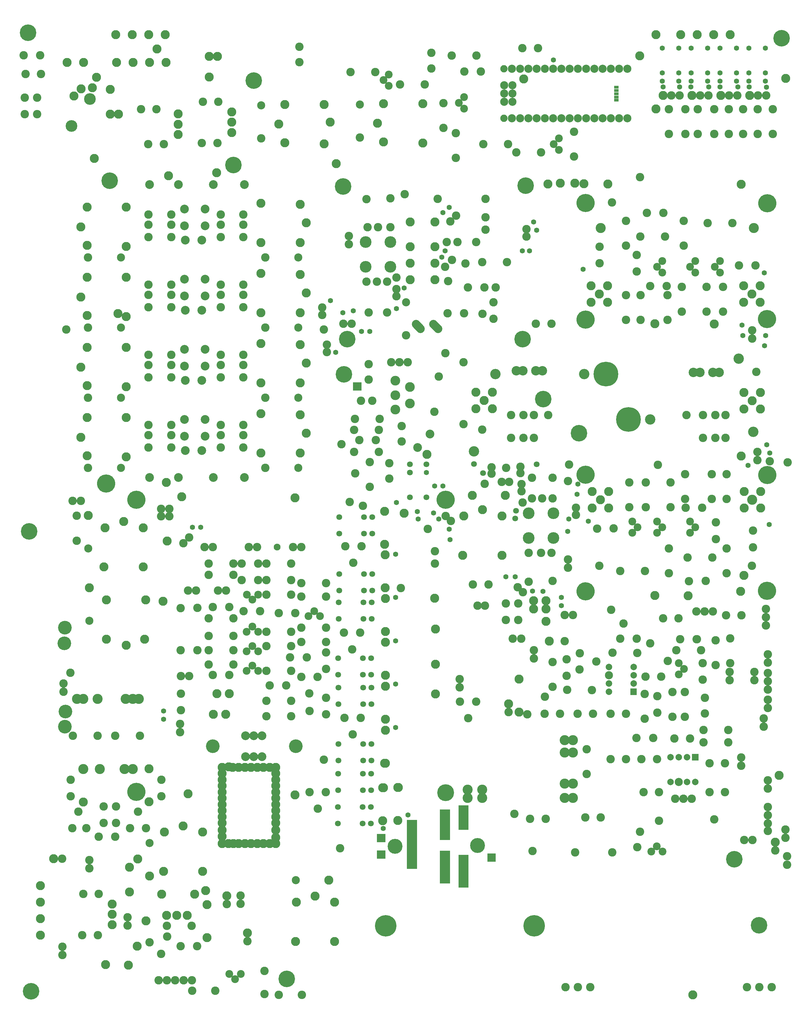
<source format=gbr>
%FSLAX34Y34*%
%MOMM*%
%LNSOLDERMASK_BOTTOM*%
G71*
G01*
%ADD10C,2.600*%
%ADD11C,2.400*%
%ADD12C,2.800*%
%ADD13C,2.600*%
%ADD14C,5.100*%
%ADD15C,1.600*%
%ADD16C,3.100*%
%ADD17C,7.600*%
%ADD18C,3.200*%
%ADD19C,2.900*%
%ADD20C,2.600*%
%ADD21C,2.600*%
%ADD22C,2.400*%
%ADD23C,2.500*%
%ADD24C,2.600*%
%ADD25C,3.600*%
%ADD26C,2.800*%
%ADD27C,3.000*%
%ADD28C,1.800*%
%ADD29C,1.600*%
%ADD30C,2.000*%
%ADD31C,2.500*%
%ADD32C,2.700*%
%ADD33C,2.700*%
%ADD34C,2.800*%
%ADD35C,4.200*%
%ADD36C,2.700*%
%ADD37C,2.800*%
%ADD38C,2.100*%
%ADD39C,1.600*%
%ADD40C,6.600*%
%ADD41C,4.200*%
%ADD42C,4.600*%
%ADD43C,5.600*%
%ADD44R,1.470X0.835*%
%ADD45C,2.500*%
%ADD46C,2.250*%
%ADD47C,5.200*%
%LPD*%
X499372Y612809D02*
G54D10*
D03*
X499422Y689059D02*
G54D10*
D03*
X418378Y609409D02*
G54D10*
D03*
X418491Y558428D02*
G54D10*
D03*
X532678Y584009D02*
G54D10*
D03*
X532790Y533028D02*
G54D10*
D03*
X499388Y384209D02*
G54D10*
D03*
X499438Y460459D02*
G54D10*
D03*
X620109Y640823D02*
G54D10*
D03*
X543859Y640873D02*
G54D10*
D03*
X545068Y460459D02*
G54D10*
D03*
X545018Y384209D02*
G54D10*
D03*
X677171Y612808D02*
G54D10*
D03*
X677221Y689058D02*
G54D10*
D03*
X574503Y488293D02*
G54D10*
D03*
X672068Y485859D02*
G54D10*
D03*
X672018Y409609D02*
G54D10*
D03*
X748268Y485859D02*
G54D10*
D03*
X748218Y409609D02*
G54D10*
D03*
X799068Y485859D02*
G54D10*
D03*
X799018Y409609D02*
G54D10*
D03*
X898539Y551904D02*
G54D10*
D03*
X847558Y551791D02*
G54D10*
D03*
X827084Y682627D02*
G54D10*
D03*
X750834Y682677D02*
G54D10*
D03*
X611743Y565234D02*
G54D11*
D03*
X595843Y547659D02*
G54D11*
D03*
X611777Y530043D02*
G54D11*
D03*
X713343Y565234D02*
G54D11*
D03*
X697443Y547659D02*
G54D11*
D03*
X713377Y530043D02*
G54D11*
D03*
X789542Y565234D02*
G54D11*
D03*
X773642Y547659D02*
G54D11*
D03*
X789578Y530043D02*
G54D11*
D03*
X392643Y489134D02*
G54D12*
D03*
X443443Y489134D02*
G54D12*
D03*
X418043Y463734D02*
G54D12*
D03*
X443443Y438334D02*
G54D12*
D03*
X392643Y438334D02*
G54D12*
D03*
X862542Y489134D02*
G54D12*
D03*
X913342Y489134D02*
G54D12*
D03*
X887942Y463734D02*
G54D12*
D03*
X913342Y438334D02*
G54D12*
D03*
X862542Y438334D02*
G54D12*
D03*
X564069Y713443D02*
G54D10*
D03*
X615049Y713556D02*
G54D10*
D03*
X499388Y384209D02*
G54D13*
D03*
X545018Y384209D02*
G54D13*
D03*
X672018Y409609D02*
G54D13*
D03*
X748218Y409609D02*
G54D13*
D03*
X499388Y384209D02*
G54D13*
D03*
X374966Y743828D02*
G54D14*
D03*
X625303Y488293D02*
G54D10*
D03*
X627618Y460459D02*
G54D10*
D03*
X627568Y384209D02*
G54D10*
D03*
X456618Y745609D02*
G54D10*
D03*
X367843Y539834D02*
G54D15*
D03*
X545018Y384209D02*
G54D13*
D03*
X627568Y384209D02*
G54D13*
D03*
X672018Y409609D02*
G54D13*
D03*
X748218Y409609D02*
G54D13*
D03*
X934799Y743034D02*
G54D14*
D03*
X374966Y385052D02*
G54D14*
D03*
X934164Y386640D02*
G54D14*
D03*
X424993Y666834D02*
G54D15*
D03*
X421817Y666834D02*
G54D16*
D03*
X893542Y666834D02*
G54D16*
D03*
X507593Y77593D02*
G54D17*
D03*
X437743Y217294D02*
G54D17*
D03*
X371068Y217293D02*
G54D18*
D03*
X574268Y77593D02*
G54D18*
D03*
X162193Y227393D02*
G54D19*
D03*
X242193Y227393D02*
G54D20*
D03*
X707193Y222393D02*
G54D20*
D03*
X787193Y222393D02*
G54D20*
D03*
X242193Y227393D02*
G54D19*
D03*
X707193Y222393D02*
G54D19*
D03*
X787193Y222393D02*
G54D12*
D03*
X182193Y227393D02*
G54D19*
D03*
X222193Y227393D02*
G54D19*
D03*
X727193Y222394D02*
G54D19*
D03*
X767193Y222393D02*
G54D19*
D03*
X37768Y111063D02*
G54D12*
D03*
X37768Y161863D02*
G54D12*
D03*
X63168Y136463D02*
G54D12*
D03*
X88568Y161864D02*
G54D12*
D03*
X88568Y111063D02*
G54D12*
D03*
X37768Y109793D02*
G54D21*
D03*
X88568Y109793D02*
G54D13*
D03*
X863268Y109793D02*
G54D12*
D03*
X863268Y160593D02*
G54D12*
D03*
X888668Y135193D02*
G54D12*
D03*
X914068Y160593D02*
G54D12*
D03*
X914068Y109793D02*
G54D12*
D03*
X863268Y109793D02*
G54D21*
D03*
X914068Y109793D02*
G54D13*
D03*
X736726Y21156D02*
G54D10*
D03*
X736726Y91006D02*
G54D10*
D03*
X806576Y21156D02*
G54D10*
D03*
X806576Y91006D02*
G54D10*
D03*
X774826Y91006D02*
G54D10*
D03*
X774826Y21156D02*
G54D10*
D03*
X806576Y21156D02*
G54D13*
D03*
X806576Y91006D02*
G54D13*
D03*
X146175Y21156D02*
G54D10*
D03*
X146175Y91006D02*
G54D10*
D03*
X216025Y21156D02*
G54D10*
D03*
X216026Y91006D02*
G54D10*
D03*
X184275Y91006D02*
G54D10*
D03*
X184275Y21156D02*
G54D10*
D03*
X216026Y21156D02*
G54D13*
D03*
X216026Y91006D02*
G54D13*
D03*
X787193Y222393D02*
G54D19*
D03*
X260476Y91006D02*
G54D21*
D03*
X685926Y91006D02*
G54D21*
D03*
X901468Y224118D02*
G54D21*
D03*
X56918Y46318D02*
G54D21*
D03*
X37768Y160593D02*
G54D13*
D03*
X88568Y160594D02*
G54D13*
D03*
X863268Y160593D02*
G54D13*
D03*
X914068Y160593D02*
G54D13*
D03*
X914068Y109793D02*
G54D13*
D03*
X374966Y-92785D02*
G54D14*
D03*
X934799Y-93578D02*
G54D14*
D03*
X374966Y-451560D02*
G54D14*
D03*
X934164Y-449972D02*
G54D14*
D03*
X888542Y-169778D02*
G54D16*
D03*
X-225858Y547294D02*
G54D22*
D03*
X-225857Y623494D02*
G54D22*
D03*
X-302057Y547294D02*
G54D22*
D03*
X-225858Y547294D02*
G54D22*
D03*
X-302058Y623494D02*
G54D22*
D03*
X-302057Y547294D02*
G54D22*
D03*
X-225857Y623494D02*
G54D22*
D03*
X-302057Y623494D02*
G54D22*
D03*
X-225945Y758517D02*
G54D10*
D03*
X-225945Y669617D02*
G54D10*
D03*
X-264045Y669617D02*
G54D10*
D03*
X-295795Y669617D02*
G54D10*
D03*
X-235588Y406727D02*
G54D10*
D03*
X-299088Y501977D02*
G54D10*
D03*
X-267338Y501977D02*
G54D10*
D03*
X-235588Y501977D02*
G54D10*
D03*
X-207106Y514266D02*
G54D10*
D03*
X-299088Y755977D02*
G54D10*
D03*
X-181495Y771217D02*
G54D10*
D03*
X-19067Y623528D02*
G54D10*
D03*
X38083Y623528D02*
G54D10*
D03*
X66783Y699728D02*
G54D10*
D03*
X66783Y756878D02*
G54D10*
D03*
X5733Y557904D02*
G54D10*
D03*
X-48219Y504022D02*
G54D10*
D03*
X5733Y557904D02*
G54D13*
D03*
X133508Y561956D02*
G54D10*
D03*
X57259Y562006D02*
G54D10*
D03*
X133508Y561956D02*
G54D13*
D03*
X12683Y483828D02*
G54D10*
D03*
X63483Y483828D02*
G54D10*
D03*
X63483Y483828D02*
G54D10*
D03*
X92090Y387722D02*
G54D10*
D03*
X91978Y438702D02*
G54D10*
D03*
X92090Y387722D02*
G54D10*
D03*
X66783Y661628D02*
G54D10*
D03*
X98533Y483828D02*
G54D10*
D03*
X-52087Y623528D02*
G54D10*
D03*
X-41167Y687028D02*
G54D10*
D03*
X-164863Y685532D02*
G54D12*
D03*
X-88663Y685532D02*
G54D12*
D03*
X-164863Y609332D02*
G54D12*
D03*
X-164863Y558532D02*
G54D12*
D03*
X-164863Y507732D02*
G54D12*
D03*
X-88663Y609332D02*
G54D12*
D03*
X-88663Y558532D02*
G54D12*
D03*
X-88663Y507732D02*
G54D12*
D03*
X-177364Y337170D02*
G54D23*
D03*
X-177364Y438770D02*
G54D23*
D03*
X-177364Y337170D02*
G54D13*
D03*
X-88663Y685532D02*
G54D10*
D03*
X57588Y402729D02*
G54D10*
D03*
X1368Y404974D02*
G54D10*
D03*
X1368Y404974D02*
G54D10*
D03*
X-49432Y404974D02*
G54D10*
D03*
G54D24*
X-79248Y357252D02*
X-93390Y371394D01*
G54D24*
X-133223Y357252D02*
X-147365Y371394D01*
X-353457Y642228D02*
G54D21*
D03*
X-353457Y616828D02*
G54D21*
D03*
X-80407Y756528D02*
G54D21*
D03*
X-302058Y623494D02*
G54D25*
D03*
X-302057Y547294D02*
G54D25*
D03*
X-225858Y547294D02*
G54D25*
D03*
X-225857Y623494D02*
G54D25*
D03*
X200222Y-210908D02*
G54D22*
D03*
X200221Y-287108D02*
G54D22*
D03*
X276421Y-210908D02*
G54D22*
D03*
X200222Y-210908D02*
G54D22*
D03*
X276422Y-287108D02*
G54D22*
D03*
X276422Y-210908D02*
G54D22*
D03*
X200221Y-287108D02*
G54D22*
D03*
X276422Y-287108D02*
G54D22*
D03*
X200309Y-422131D02*
G54D10*
D03*
X200309Y-333231D02*
G54D10*
D03*
X238409Y-333231D02*
G54D10*
D03*
X270159Y-333231D02*
G54D10*
D03*
X273453Y-102091D02*
G54D10*
D03*
X209953Y-102091D02*
G54D10*
D03*
X273452Y-165591D02*
G54D10*
D03*
X241703Y-165591D02*
G54D10*
D03*
X209953Y-165591D02*
G54D10*
D03*
X181470Y-177880D02*
G54D10*
D03*
X273452Y-419591D02*
G54D10*
D03*
X321472Y-378867D02*
G54D21*
D03*
X321472Y-353467D02*
G54D21*
D03*
X321472Y-112167D02*
G54D21*
D03*
X276422Y-287108D02*
G54D25*
D03*
X276421Y-210908D02*
G54D25*
D03*
X200222Y-210908D02*
G54D25*
D03*
X200221Y-287108D02*
G54D25*
D03*
X-2787Y-340489D02*
G54D12*
D03*
X387Y-219839D02*
G54D12*
D03*
X117863Y-340489D02*
G54D12*
D03*
X117863Y-219839D02*
G54D12*
D03*
X57538Y-200376D02*
G54D12*
D03*
X387Y-219839D02*
G54D26*
D03*
X26234Y-156258D02*
G54D12*
D03*
X127834Y-156258D02*
G54D12*
D03*
X215134Y-480398D02*
G54D12*
D03*
X215134Y-505798D02*
G54D12*
D03*
X253234Y-505798D02*
G54D12*
D03*
X253234Y-543898D02*
G54D12*
D03*
X167729Y-488404D02*
G54D10*
D03*
X167842Y-539384D02*
G54D10*
D03*
X167729Y-488404D02*
G54D10*
D03*
X167841Y-539385D02*
G54D10*
D03*
X129629Y-488404D02*
G54D10*
D03*
X129741Y-539384D02*
G54D10*
D03*
X129629Y-488404D02*
G54D10*
D03*
X129741Y-539385D02*
G54D10*
D03*
X253234Y-480398D02*
G54D12*
D03*
X64201Y-120448D02*
G54D10*
D03*
X26234Y-156258D02*
G54D12*
D03*
X-165808Y178041D02*
G54D27*
D03*
X-165808Y127241D02*
G54D27*
D03*
X-210258Y152642D02*
G54D27*
D03*
X-210258Y108191D02*
G54D27*
D03*
X-210258Y197091D02*
G54D27*
D03*
X-197558Y254241D02*
G54D10*
D03*
X-222958Y254241D02*
G54D10*
D03*
X-172158Y254242D02*
G54D10*
D03*
X-258643Y79616D02*
G54D10*
D03*
X-334893Y79666D02*
G54D10*
D03*
X-337585Y45356D02*
G54D10*
D03*
X-261335Y45306D02*
G54D10*
D03*
X-321651Y13880D02*
G54D10*
D03*
X-270671Y13992D02*
G54D10*
D03*
X-292808Y247979D02*
G54D10*
D03*
X-292808Y200179D02*
G54D10*
D03*
X-289198Y-53646D02*
G54D10*
D03*
X-289248Y-129896D02*
G54D10*
D03*
X-229308Y-104708D02*
G54D10*
D03*
X-229308Y-56909D02*
G54D10*
D03*
X-316752Y135135D02*
G54D10*
D03*
X-281652Y135136D02*
G54D10*
D03*
X-191208Y9591D02*
G54D10*
D03*
X-191208Y57392D02*
G54D10*
D03*
X-337530Y-22291D02*
G54D10*
D03*
X-261280Y-22341D02*
G54D10*
D03*
X-90333Y101286D02*
G54D10*
D03*
X-337585Y45356D02*
G54D10*
D03*
X-337530Y-22290D02*
G54D10*
D03*
X-229308Y-104708D02*
G54D10*
D03*
X-289248Y-129896D02*
G54D10*
D03*
G36*
X-314858Y192311D02*
X-314858Y166311D01*
X-340858Y166311D01*
X-340858Y192311D01*
X-314858Y192311D01*
G37*
X-115008Y-60170D02*
G54D28*
D03*
X-115008Y-85570D02*
G54D29*
D03*
X-165808Y-60171D02*
G54D29*
D03*
X-165808Y-85571D02*
G54D28*
D03*
X-115008Y-161771D02*
G54D29*
D03*
X-165808Y-161771D02*
G54D29*
D03*
X-112976Y-29405D02*
G54D12*
D03*
X-110812Y-259379D02*
G54D21*
D03*
X-165808Y-60171D02*
G54D28*
D03*
X-115008Y-161771D02*
G54D28*
D03*
X-165808Y-161771D02*
G54D28*
D03*
G36*
X513105Y-770509D02*
X513105Y-750509D01*
X533105Y-750509D01*
X533105Y-770509D01*
X513105Y-770509D01*
G37*
X523105Y-735109D02*
G54D30*
D03*
X523105Y-709709D02*
G54D30*
D03*
X523105Y-684309D02*
G54D30*
D03*
X446906Y-684309D02*
G54D30*
D03*
X446906Y-709709D02*
G54D30*
D03*
X446906Y-735109D02*
G54D30*
D03*
X446906Y-760509D02*
G54D30*
D03*
X446906Y-709709D02*
G54D31*
D03*
X818856Y-725148D02*
G54D10*
D03*
X818856Y-699648D02*
G54D10*
D03*
X248866Y-828484D02*
G54D10*
D03*
X273761Y-744899D02*
G54D10*
D03*
X273811Y-668649D02*
G54D10*
D03*
X138569Y-823491D02*
G54D10*
D03*
X138569Y-797991D02*
G54D10*
D03*
X680826Y-761207D02*
G54D10*
D03*
X680776Y-837458D02*
G54D10*
D03*
X680826Y-761207D02*
G54D10*
D03*
X742710Y-779140D02*
G54D10*
D03*
X742710Y-826940D02*
G54D10*
D03*
X642725Y-761207D02*
G54D10*
D03*
X642676Y-837458D02*
G54D10*
D03*
X642726Y-761207D02*
G54D10*
D03*
X662381Y-707434D02*
G54D11*
D03*
X678281Y-689859D02*
G54D11*
D03*
X662346Y-672243D02*
G54D11*
D03*
X735754Y-672640D02*
G54D10*
D03*
X735866Y-723621D02*
G54D10*
D03*
X735754Y-672641D02*
G54D10*
D03*
X730824Y-632513D02*
G54D10*
D03*
X654574Y-632463D02*
G54D10*
D03*
X730824Y-632513D02*
G54D10*
D03*
X717791Y-598541D02*
G54D10*
D03*
X666811Y-598653D02*
G54D10*
D03*
X717790Y-598540D02*
G54D10*
D03*
X596054Y-774240D02*
G54D10*
D03*
X596166Y-825221D02*
G54D10*
D03*
X596054Y-774241D02*
G54D10*
D03*
X742710Y-779140D02*
G54D10*
D03*
X730824Y-632513D02*
G54D10*
D03*
X717791Y-598541D02*
G54D10*
D03*
X776076Y-602457D02*
G54D10*
D03*
X776026Y-678708D02*
G54D10*
D03*
X776076Y-602457D02*
G54D10*
D03*
X776076Y-602457D02*
G54D10*
D03*
X596054Y-774240D02*
G54D10*
D03*
X560016Y-714184D02*
G54D10*
D03*
X607816Y-714184D02*
G54D10*
D03*
X574260Y-611785D02*
G54D10*
D03*
X628142Y-665738D02*
G54D10*
D03*
X574261Y-611784D02*
G54D10*
D03*
X574261Y-611785D02*
G54D10*
D03*
X534199Y-640684D02*
G54D10*
D03*
X457949Y-640634D02*
G54D10*
D03*
X481702Y-596758D02*
G54D10*
D03*
X532682Y-596646D02*
G54D10*
D03*
X481702Y-596758D02*
G54D10*
D03*
X534199Y-640684D02*
G54D10*
D03*
X532683Y-596646D02*
G54D10*
D03*
X350466Y-828484D02*
G54D10*
D03*
X398266Y-828484D02*
G54D10*
D03*
X248866Y-828484D02*
G54D10*
D03*
X296666Y-828484D02*
G54D10*
D03*
X452066Y-828484D02*
G54D10*
D03*
X499866Y-828484D02*
G54D10*
D03*
X452066Y-828484D02*
G54D10*
D03*
X557001Y-767557D02*
G54D10*
D03*
X556951Y-843808D02*
G54D10*
D03*
X557001Y-767557D02*
G54D10*
D03*
X394499Y-754984D02*
G54D10*
D03*
X318249Y-754934D02*
G54D10*
D03*
X394499Y-754984D02*
G54D10*
D03*
X316920Y-711110D02*
G54D10*
D03*
X316808Y-660130D02*
G54D10*
D03*
X316920Y-711110D02*
G54D10*
D03*
X316808Y-660129D02*
G54D10*
D03*
X357181Y-642234D02*
G54D21*
D03*
X408113Y-667218D02*
G54D21*
D03*
X357067Y-692117D02*
G54D21*
D03*
X357181Y-642234D02*
G54D10*
D03*
X263165Y-604816D02*
G54D10*
D03*
X310965Y-604816D02*
G54D10*
D03*
X273761Y-744899D02*
G54D10*
D03*
X249643Y-775696D02*
G54D10*
D03*
X195691Y-829578D02*
G54D10*
D03*
X249643Y-775697D02*
G54D10*
D03*
X820467Y-596203D02*
G54D10*
D03*
X263165Y-604816D02*
G54D12*
D03*
X170291Y-721628D02*
G54D12*
D03*
X170290Y-823228D02*
G54D12*
D03*
X170291Y-721628D02*
G54D12*
D03*
X138569Y-797991D02*
G54D12*
D03*
X820467Y-596203D02*
G54D10*
D03*
X820417Y-672453D02*
G54D10*
D03*
X820468Y-596203D02*
G54D10*
D03*
X820467Y-596203D02*
G54D10*
D03*
X776076Y-602457D02*
G54D10*
D03*
X717791Y-598541D02*
G54D10*
D03*
X730824Y-632513D02*
G54D10*
D03*
X574260Y-611785D02*
G54D10*
D03*
X534199Y-640684D02*
G54D10*
D03*
X532683Y-596646D02*
G54D10*
D03*
X742710Y-779140D02*
G54D10*
D03*
X357181Y-642234D02*
G54D10*
D03*
X452066Y-828484D02*
G54D10*
D03*
X248866Y-828484D02*
G54D10*
D03*
X249643Y-775697D02*
G54D10*
D03*
X273761Y-744899D02*
G54D10*
D03*
X170291Y-721628D02*
G54D10*
D03*
X895106Y-725198D02*
G54D10*
D03*
X818856Y-725148D02*
G54D10*
D03*
X895105Y-699698D02*
G54D10*
D03*
X818856Y-699648D02*
G54D10*
D03*
X-900799Y-8858D02*
G54D10*
D03*
X-970649Y-8858D02*
G54D10*
D03*
X-900799Y60992D02*
G54D10*
D03*
X-970649Y60992D02*
G54D10*
D03*
X-970649Y29242D02*
G54D10*
D03*
X-900799Y29242D02*
G54D10*
D03*
X-857390Y-17629D02*
G54D32*
D03*
X-806410Y-17517D02*
G54D32*
D03*
X-678549Y-8858D02*
G54D10*
D03*
X-748399Y-8858D02*
G54D10*
D03*
X-678549Y60992D02*
G54D10*
D03*
X-748399Y60992D02*
G54D10*
D03*
X-748399Y29242D02*
G54D10*
D03*
X-678549Y29242D02*
G54D10*
D03*
X-796326Y26469D02*
G54D10*
D03*
X-796439Y77449D02*
G54D10*
D03*
X-859826Y26469D02*
G54D10*
D03*
X-859939Y77449D02*
G54D10*
D03*
X-678550Y60992D02*
G54D13*
D03*
X-748399Y60992D02*
G54D13*
D03*
X-796438Y77450D02*
G54D33*
D03*
X-859939Y77450D02*
G54D13*
D03*
X-900799Y60992D02*
G54D13*
D03*
X-970649Y60992D02*
G54D13*
D03*
X-859826Y26469D02*
G54D32*
D03*
X-859939Y77449D02*
G54D32*
D03*
X-796439Y77449D02*
G54D32*
D03*
X-796326Y26469D02*
G54D32*
D03*
X-624336Y95434D02*
G54D12*
D03*
X-503686Y92260D02*
G54D12*
D03*
X-624336Y-25216D02*
G54D12*
D03*
X-503686Y-25216D02*
G54D12*
D03*
X-484874Y35109D02*
G54D12*
D03*
X-610829Y-71496D02*
G54D23*
D03*
X-509229Y-71495D02*
G54D23*
D03*
X-503686Y92260D02*
G54D12*
D03*
X-1039330Y-37304D02*
G54D12*
D03*
X-1159980Y-34130D02*
G54D12*
D03*
X-1039330Y83346D02*
G54D12*
D03*
X-1159980Y83346D02*
G54D12*
D03*
X-1178793Y23021D02*
G54D12*
D03*
X-1159980Y-34130D02*
G54D12*
D03*
X-1159980Y83346D02*
G54D12*
D03*
X-1156929Y-71496D02*
G54D23*
D03*
X-1055329Y-71495D02*
G54D23*
D03*
X-610829Y-71496D02*
G54D10*
D03*
X-1156929Y-71496D02*
G54D10*
D03*
X-900799Y207042D02*
G54D10*
D03*
X-970649Y207042D02*
G54D10*
D03*
X-900799Y276892D02*
G54D10*
D03*
X-970649Y276892D02*
G54D10*
D03*
X-970649Y245142D02*
G54D10*
D03*
X-900799Y245142D02*
G54D10*
D03*
X-857390Y198271D02*
G54D32*
D03*
X-806410Y198383D02*
G54D32*
D03*
X-678549Y207042D02*
G54D10*
D03*
X-748399Y207042D02*
G54D10*
D03*
X-678549Y276892D02*
G54D10*
D03*
X-748399Y276892D02*
G54D10*
D03*
X-748399Y245142D02*
G54D10*
D03*
X-678549Y245142D02*
G54D10*
D03*
X-796326Y242369D02*
G54D10*
D03*
X-796439Y293350D02*
G54D10*
D03*
X-859826Y242369D02*
G54D10*
D03*
X-859939Y293349D02*
G54D10*
D03*
X-678550Y276892D02*
G54D13*
D03*
X-748399Y276892D02*
G54D13*
D03*
X-796438Y293350D02*
G54D33*
D03*
X-859939Y293350D02*
G54D13*
D03*
X-900799Y276892D02*
G54D13*
D03*
X-970649Y276892D02*
G54D13*
D03*
X-859826Y242369D02*
G54D32*
D03*
X-859939Y293349D02*
G54D32*
D03*
X-796439Y293350D02*
G54D32*
D03*
X-796326Y242369D02*
G54D32*
D03*
X-624336Y311334D02*
G54D12*
D03*
X-503686Y308160D02*
G54D12*
D03*
X-624336Y190684D02*
G54D12*
D03*
X-503686Y190684D02*
G54D12*
D03*
X-484874Y251009D02*
G54D12*
D03*
X-610829Y144404D02*
G54D23*
D03*
X-509229Y144405D02*
G54D23*
D03*
X-503686Y308160D02*
G54D12*
D03*
X-1039330Y178596D02*
G54D12*
D03*
X-1159980Y181770D02*
G54D12*
D03*
X-1039330Y299246D02*
G54D12*
D03*
X-1159980Y299246D02*
G54D12*
D03*
X-1178793Y238921D02*
G54D12*
D03*
X-1159980Y181769D02*
G54D12*
D03*
X-1159980Y299246D02*
G54D12*
D03*
X-1156929Y144404D02*
G54D23*
D03*
X-1055329Y144405D02*
G54D23*
D03*
X-610829Y144404D02*
G54D10*
D03*
X-1156929Y144404D02*
G54D10*
D03*
X-900799Y422942D02*
G54D10*
D03*
X-970649Y422942D02*
G54D10*
D03*
X-900799Y492792D02*
G54D10*
D03*
X-970649Y492792D02*
G54D10*
D03*
X-970649Y461042D02*
G54D10*
D03*
X-900799Y461042D02*
G54D10*
D03*
X-857390Y414171D02*
G54D32*
D03*
X-806410Y414283D02*
G54D32*
D03*
X-678549Y422942D02*
G54D10*
D03*
X-748399Y422942D02*
G54D10*
D03*
X-678549Y492792D02*
G54D10*
D03*
X-748399Y492792D02*
G54D10*
D03*
X-748399Y461042D02*
G54D10*
D03*
X-678549Y461042D02*
G54D10*
D03*
X-796326Y458269D02*
G54D10*
D03*
X-796439Y509250D02*
G54D10*
D03*
X-859826Y458269D02*
G54D10*
D03*
X-859939Y509250D02*
G54D10*
D03*
X-678550Y492792D02*
G54D13*
D03*
X-748399Y492792D02*
G54D13*
D03*
X-796438Y509250D02*
G54D33*
D03*
X-859939Y509250D02*
G54D13*
D03*
X-900799Y492792D02*
G54D13*
D03*
X-970649Y492792D02*
G54D13*
D03*
X-859826Y458269D02*
G54D32*
D03*
X-859939Y509250D02*
G54D32*
D03*
X-796439Y509250D02*
G54D32*
D03*
X-796326Y458269D02*
G54D32*
D03*
X-624336Y527234D02*
G54D12*
D03*
X-503686Y524060D02*
G54D12*
D03*
X-624336Y406584D02*
G54D12*
D03*
X-503686Y406584D02*
G54D12*
D03*
X-484874Y466909D02*
G54D12*
D03*
X-610829Y360304D02*
G54D23*
D03*
X-509229Y360304D02*
G54D23*
D03*
X-503686Y524060D02*
G54D12*
D03*
X-1039330Y394496D02*
G54D12*
D03*
X-1159980Y397670D02*
G54D12*
D03*
X-1039330Y515146D02*
G54D12*
D03*
X-1159980Y515146D02*
G54D12*
D03*
X-1178793Y454821D02*
G54D12*
D03*
X-1159980Y397670D02*
G54D12*
D03*
X-1159980Y515146D02*
G54D12*
D03*
X-1156929Y360304D02*
G54D23*
D03*
X-1055329Y360304D02*
G54D23*
D03*
X-610829Y360304D02*
G54D10*
D03*
X-1156929Y360304D02*
G54D10*
D03*
X-900799Y638842D02*
G54D10*
D03*
X-970649Y638842D02*
G54D10*
D03*
X-900799Y708692D02*
G54D10*
D03*
X-970649Y708692D02*
G54D10*
D03*
X-970649Y676942D02*
G54D10*
D03*
X-900799Y676942D02*
G54D10*
D03*
X-857390Y630071D02*
G54D32*
D03*
X-806410Y630183D02*
G54D32*
D03*
X-678549Y638842D02*
G54D10*
D03*
X-748399Y638842D02*
G54D10*
D03*
X-678549Y708692D02*
G54D10*
D03*
X-748399Y708692D02*
G54D10*
D03*
X-748399Y676942D02*
G54D10*
D03*
X-678549Y676942D02*
G54D10*
D03*
X-796326Y674169D02*
G54D10*
D03*
X-796439Y725150D02*
G54D10*
D03*
X-859826Y674169D02*
G54D10*
D03*
X-859939Y725149D02*
G54D10*
D03*
X-678550Y708692D02*
G54D13*
D03*
X-748399Y708692D02*
G54D13*
D03*
X-796438Y725150D02*
G54D33*
D03*
X-859939Y725150D02*
G54D13*
D03*
X-900799Y708692D02*
G54D13*
D03*
X-970649Y708692D02*
G54D13*
D03*
X-859826Y674169D02*
G54D32*
D03*
X-859939Y725149D02*
G54D32*
D03*
X-796439Y725149D02*
G54D32*
D03*
X-796326Y674169D02*
G54D32*
D03*
X-624336Y743134D02*
G54D12*
D03*
X-503686Y739960D02*
G54D12*
D03*
X-624336Y622484D02*
G54D12*
D03*
X-503686Y622484D02*
G54D12*
D03*
X-484874Y682809D02*
G54D12*
D03*
X-610829Y576204D02*
G54D23*
D03*
X-509229Y576204D02*
G54D23*
D03*
X-503686Y739960D02*
G54D12*
D03*
X-1039330Y610396D02*
G54D12*
D03*
X-1159980Y613570D02*
G54D12*
D03*
X-1039330Y731046D02*
G54D12*
D03*
X-1159980Y731046D02*
G54D12*
D03*
X-1178793Y670721D02*
G54D12*
D03*
X-1159980Y613570D02*
G54D12*
D03*
X-1159980Y731046D02*
G54D12*
D03*
X-1156929Y576204D02*
G54D23*
D03*
X-1055329Y576204D02*
G54D23*
D03*
X-610829Y576204D02*
G54D10*
D03*
X-1156929Y576204D02*
G54D10*
D03*
X-675675Y-100531D02*
G54D32*
D03*
X-675675Y-100531D02*
G54D32*
D03*
X-770925Y-100531D02*
G54D32*
D03*
X-770925Y-100531D02*
G54D32*
D03*
X-878875Y-100531D02*
G54D32*
D03*
X-878875Y-100531D02*
G54D32*
D03*
X-967775Y-100531D02*
G54D32*
D03*
X-967775Y-100531D02*
G54D32*
D03*
X-675675Y801169D02*
G54D32*
D03*
X-675675Y801169D02*
G54D32*
D03*
X-770925Y801169D02*
G54D32*
D03*
X-770925Y801169D02*
G54D32*
D03*
X-878875Y801169D02*
G54D32*
D03*
X-878875Y801169D02*
G54D32*
D03*
X-967775Y801169D02*
G54D32*
D03*
X-967775Y801169D02*
G54D32*
D03*
X-1224411Y354639D02*
G54D21*
D03*
X-430661Y354639D02*
G54D21*
D03*
X181292Y324728D02*
G54D14*
D03*
X190816Y797802D02*
G54D14*
D03*
X190816Y797803D02*
G54D14*
D03*
X-358458Y324728D02*
G54D14*
D03*
X-371158Y794628D02*
G54D14*
D03*
X-979512Y-478047D02*
G54D12*
D03*
X-982686Y-598697D02*
G54D12*
D03*
X-1100162Y-478047D02*
G54D12*
D03*
X-1100162Y-598697D02*
G54D12*
D03*
X-1039836Y-617510D02*
G54D12*
D03*
X-1107711Y-376178D02*
G54D12*
D03*
X-1104537Y-255528D02*
G54D12*
D03*
X-987062Y-376178D02*
G54D12*
D03*
X-987062Y-255528D02*
G54D12*
D03*
X-1047386Y-236240D02*
G54D12*
D03*
X-1152791Y-440754D02*
G54D23*
D03*
X-1152791Y-542354D02*
G54D23*
D03*
X-1152791Y-440754D02*
G54D10*
D03*
X-1152791Y-440754D02*
G54D12*
D03*
X-1156589Y-217558D02*
G54D23*
D03*
X-1156588Y-319159D02*
G54D23*
D03*
X-1156589Y-217558D02*
G54D10*
D03*
X-1156589Y-217558D02*
G54D12*
D03*
X-982686Y-598697D02*
G54D12*
D03*
X-987062Y-255528D02*
G54D12*
D03*
X-1104538Y-255528D02*
G54D12*
D03*
X-987062Y-255528D02*
G54D12*
D03*
X-1008301Y-169778D02*
G54D14*
D03*
X-55801Y-169778D02*
G54D14*
D03*
X-1008301Y-1068303D02*
G54D14*
D03*
X-55801Y-1071478D02*
G54D14*
D03*
X28254Y-430098D02*
G54D10*
D03*
X76054Y-430098D02*
G54D10*
D03*
X28254Y-430097D02*
G54D10*
D03*
X924150Y-842538D02*
G54D21*
D03*
X936850Y-645688D02*
G54D21*
D03*
X936851Y-671088D02*
G54D21*
D03*
X936850Y-1033038D02*
G54D21*
D03*
X936851Y-1058438D02*
G54D21*
D03*
X936850Y-785388D02*
G54D21*
D03*
X936851Y-810788D02*
G54D21*
D03*
X-89768Y-472279D02*
G54D34*
D03*
X-86593Y-567529D02*
G54D34*
D03*
X-86593Y-675479D02*
G54D34*
D03*
X-86593Y-767554D02*
G54D34*
D03*
X-517162Y-928017D02*
G54D35*
D03*
X-772862Y-928117D02*
G54D35*
D03*
X-672138Y-896192D02*
G54D36*
D03*
X-646762Y-896317D02*
G54D36*
D03*
X-621319Y-896292D02*
G54D36*
D03*
X-424057Y-829933D02*
G54D10*
D03*
X-424232Y-778941D02*
G54D10*
D03*
X-721988Y-766067D02*
G54D37*
D03*
X-771388Y-830167D02*
G54D37*
D03*
X-733388Y-830167D02*
G54D37*
D03*
X-760088Y-766067D02*
G54D37*
D03*
X-871262Y-816917D02*
G54D10*
D03*
X-871387Y-766000D02*
G54D10*
D03*
X-607737Y-788342D02*
G54D10*
D03*
X-531488Y-788392D02*
G54D10*
D03*
X-873837Y-885042D02*
G54D10*
D03*
X-873838Y-859542D02*
G54D10*
D03*
X-607738Y-835967D02*
G54D10*
D03*
X-531488Y-836017D02*
G54D10*
D03*
X-633138Y-416867D02*
G54D10*
D03*
X-684054Y-416992D02*
G54D10*
D03*
X-668062Y-461317D02*
G54D11*
D03*
X-650488Y-477217D02*
G54D11*
D03*
X-632872Y-461282D02*
G54D11*
D03*
X-661712Y-315267D02*
G54D10*
D03*
X-636288Y-315217D02*
G54D10*
D03*
X-607738Y-461317D02*
G54D10*
D03*
X-531562Y-461317D02*
G54D10*
D03*
X-785538Y-400992D02*
G54D10*
D03*
X-709288Y-401042D02*
G54D10*
D03*
X-626788Y-512117D02*
G54D10*
D03*
X-677704Y-512242D02*
G54D10*
D03*
X-633138Y-575617D02*
G54D11*
D03*
X-650738Y-559717D02*
G54D11*
D03*
X-668328Y-575652D02*
G54D11*
D03*
X-632762Y-636017D02*
G54D11*
D03*
X-650738Y-620042D02*
G54D11*
D03*
X-668328Y-635977D02*
G54D11*
D03*
X-607738Y-575617D02*
G54D10*
D03*
X-531562Y-575617D02*
G54D10*
D03*
X-633138Y-696317D02*
G54D11*
D03*
X-650738Y-680367D02*
G54D11*
D03*
X-668328Y-696302D02*
G54D11*
D03*
X-785538Y-632767D02*
G54D10*
D03*
X-709288Y-632817D02*
G54D10*
D03*
X-785329Y-676946D02*
G54D10*
D03*
X-709079Y-676996D02*
G54D10*
D03*
X-607738Y-696267D02*
G54D10*
D03*
X-531463Y-696317D02*
G54D10*
D03*
X-546416Y-741057D02*
G54D10*
D03*
X-597333Y-741182D02*
G54D10*
D03*
X-607738Y-620067D02*
G54D10*
D03*
X-531488Y-620117D02*
G54D10*
D03*
X-450462Y-714917D02*
G54D21*
D03*
X-475446Y-765849D02*
G54D21*
D03*
X-500345Y-714802D02*
G54D21*
D03*
X-442638Y-527992D02*
G54D11*
D03*
X-460438Y-512192D02*
G54D11*
D03*
X-477828Y-528027D02*
G54D11*
D03*
X-798238Y-315267D02*
G54D10*
D03*
X-772663Y-315317D02*
G54D10*
D03*
X-499788Y-426392D02*
G54D10*
D03*
X-423538Y-426442D02*
G54D10*
D03*
X-499788Y-467667D02*
G54D10*
D03*
X-423538Y-467717D02*
G54D10*
D03*
X-518838Y-518467D02*
G54D10*
D03*
X-569754Y-518592D02*
G54D10*
D03*
X-499788Y-562917D02*
G54D10*
D03*
X-423538Y-562967D02*
G54D10*
D03*
X-423638Y-689942D02*
G54D10*
D03*
X-423750Y-638962D02*
G54D10*
D03*
X-423588Y-607367D02*
G54D10*
D03*
X-499862Y-607317D02*
G54D10*
D03*
X-848988Y-448592D02*
G54D10*
D03*
X-824125Y-448904D02*
G54D10*
D03*
X-820463Y-632767D02*
G54D10*
D03*
X-871438Y-632917D02*
G54D10*
D03*
X-785538Y-588317D02*
G54D10*
D03*
X-709288Y-588367D02*
G54D10*
D03*
X-722038Y-708967D02*
G54D10*
D03*
X-773012Y-709117D02*
G54D10*
D03*
X-845438Y-712117D02*
G54D10*
D03*
X-870738Y-711817D02*
G54D10*
D03*
X-820463Y-502592D02*
G54D10*
D03*
X-871438Y-502692D02*
G54D10*
D03*
X-499788Y-315267D02*
G54D10*
D03*
X-525262Y-315267D02*
G54D10*
D03*
X-785538Y-534342D02*
G54D10*
D03*
X-709288Y-534392D02*
G54D10*
D03*
X-722062Y-499392D02*
G54D10*
D03*
X-772962Y-499592D02*
G54D10*
D03*
X-756962Y-448617D02*
G54D10*
D03*
X-732062Y-448917D02*
G54D10*
D03*
X-607738Y-416867D02*
G54D10*
D03*
X-531562Y-416867D02*
G54D10*
D03*
X-607738Y-366067D02*
G54D10*
D03*
X-531562Y-366017D02*
G54D10*
D03*
X-785562Y-366017D02*
G54D10*
D03*
X-709362Y-366017D02*
G54D10*
D03*
X-633138Y-366067D02*
G54D10*
D03*
X-684054Y-366192D02*
G54D10*
D03*
X-574512Y-315267D02*
G54D38*
D03*
X-534438Y-654682D02*
G54D10*
D03*
X-483457Y-654570D02*
G54D10*
D03*
X-474338Y-820142D02*
G54D10*
D03*
X-621262Y-960617D02*
G54D36*
D03*
X-646562Y-960417D02*
G54D36*
D03*
X-672050Y-960486D02*
G54D36*
D03*
X-284012Y-971928D02*
G54D29*
D03*
X-309412Y-971928D02*
G54D29*
D03*
X-284012Y-921128D02*
G54D29*
D03*
X-309412Y-921128D02*
G54D29*
D03*
X-385612Y-971928D02*
G54D28*
D03*
X-385613Y-921128D02*
G54D29*
D03*
X-241404Y-980812D02*
G54D12*
D03*
X-241404Y-879212D02*
G54D12*
D03*
X-243388Y-980812D02*
G54D12*
D03*
X-284012Y-798494D02*
G54D29*
D03*
X-309412Y-798493D02*
G54D29*
D03*
X-284012Y-747694D02*
G54D29*
D03*
X-309412Y-747694D02*
G54D29*
D03*
X-385613Y-798494D02*
G54D29*
D03*
X-385613Y-747694D02*
G54D29*
D03*
X-317113Y-841123D02*
G54D21*
D03*
X-342096Y-892056D02*
G54D21*
D03*
X-366995Y-841009D02*
G54D21*
D03*
X-281631Y-449243D02*
G54D29*
D03*
X-307031Y-449244D02*
G54D29*
D03*
X-281631Y-398444D02*
G54D29*
D03*
X-307031Y-398444D02*
G54D29*
D03*
X-383231Y-449244D02*
G54D29*
D03*
X-383231Y-398444D02*
G54D29*
D03*
X-281631Y-273825D02*
G54D29*
D03*
X-307031Y-273825D02*
G54D29*
D03*
X-281631Y-223024D02*
G54D29*
D03*
X-307031Y-223025D02*
G54D29*
D03*
X-383231Y-273824D02*
G54D29*
D03*
X-383231Y-223025D02*
G54D29*
D03*
X-314731Y-312486D02*
G54D21*
D03*
X-339715Y-363418D02*
G54D21*
D03*
X-364614Y-312372D02*
G54D21*
D03*
X-318700Y-578789D02*
G54D21*
D03*
X-343684Y-629721D02*
G54D21*
D03*
X-368583Y-578674D02*
G54D21*
D03*
X-283219Y-535762D02*
G54D29*
D03*
X-308619Y-535762D02*
G54D29*
D03*
X-283219Y-484962D02*
G54D29*
D03*
X-308619Y-484962D02*
G54D29*
D03*
X-384819Y-535762D02*
G54D29*
D03*
X-384819Y-484962D02*
G54D29*
D03*
X-284806Y-708006D02*
G54D29*
D03*
X-310206Y-708006D02*
G54D29*
D03*
X-284806Y-657206D02*
G54D29*
D03*
X-310206Y-657206D02*
G54D29*
D03*
X-386406Y-708006D02*
G54D29*
D03*
X-386406Y-657206D02*
G54D29*
D03*
X-241404Y-845477D02*
G54D12*
D03*
X-241404Y-743877D02*
G54D12*
D03*
X-241404Y-845477D02*
G54D12*
D03*
X-241007Y-709349D02*
G54D12*
D03*
X-241007Y-607749D02*
G54D12*
D03*
X-241007Y-709349D02*
G54D12*
D03*
X-241007Y-574808D02*
G54D12*
D03*
X-241007Y-473208D02*
G54D12*
D03*
X-241007Y-574808D02*
G54D12*
D03*
X-242198Y-440268D02*
G54D12*
D03*
X-242198Y-338668D02*
G54D12*
D03*
X-242198Y-440268D02*
G54D12*
D03*
X-243785Y-306918D02*
G54D12*
D03*
X-243785Y-205318D02*
G54D12*
D03*
X-243785Y-306918D02*
G54D12*
D03*
X-193512Y-441474D02*
G54D21*
D03*
X-430843Y-969318D02*
G54D21*
D03*
X-385613Y-921128D02*
G54D28*
D03*
X-309412Y-971928D02*
G54D28*
D03*
X-284012Y-971928D02*
G54D28*
D03*
X-309412Y-921128D02*
G54D28*
D03*
X-284012Y-921128D02*
G54D28*
D03*
X-385613Y-798494D02*
G54D28*
D03*
X-385613Y-747694D02*
G54D28*
D03*
X-309412Y-798493D02*
G54D28*
D03*
X-284012Y-798494D02*
G54D28*
D03*
X-284012Y-747694D02*
G54D28*
D03*
X-309412Y-747694D02*
G54D28*
D03*
X-310206Y-708006D02*
G54D28*
D03*
X-284806Y-708006D02*
G54D28*
D03*
X-284806Y-657206D02*
G54D28*
D03*
X-310206Y-657206D02*
G54D28*
D03*
X-386406Y-708006D02*
G54D28*
D03*
X-386406Y-657206D02*
G54D28*
D03*
X-384819Y-535762D02*
G54D28*
D03*
X-308619Y-535762D02*
G54D28*
D03*
X-384819Y-484962D02*
G54D28*
D03*
X-308619Y-484962D02*
G54D28*
D03*
X-283219Y-484962D02*
G54D28*
D03*
X-283219Y-535762D02*
G54D28*
D03*
X-383231Y-449244D02*
G54D28*
D03*
X-383231Y-398444D02*
G54D28*
D03*
X-307031Y-449244D02*
G54D28*
D03*
X-281631Y-449243D02*
G54D28*
D03*
X-281631Y-398444D02*
G54D28*
D03*
X-307031Y-398444D02*
G54D28*
D03*
X-383231Y-273824D02*
G54D28*
D03*
X-383231Y-223025D02*
G54D28*
D03*
X-307031Y-273825D02*
G54D28*
D03*
X-281631Y-273825D02*
G54D28*
D03*
X-281631Y-223024D02*
G54D28*
D03*
X-307031Y-223025D02*
G54D28*
D03*
X-318700Y-578789D02*
G54D21*
D03*
X-314732Y-312486D02*
G54D21*
D03*
X-285997Y-1165601D02*
G54D29*
D03*
X-311397Y-1165601D02*
G54D29*
D03*
X-285997Y-1114801D02*
G54D29*
D03*
X-311397Y-1114801D02*
G54D29*
D03*
X-387597Y-1165601D02*
G54D28*
D03*
X-387597Y-1114801D02*
G54D29*
D03*
X-387597Y-1114801D02*
G54D28*
D03*
X-311397Y-1165601D02*
G54D28*
D03*
X-285997Y-1165601D02*
G54D28*
D03*
X-311397Y-1114801D02*
G54D28*
D03*
X-285997Y-1114801D02*
G54D28*
D03*
X-424666Y-1069723D02*
G54D21*
D03*
X-449649Y-1120656D02*
G54D21*
D03*
X-474548Y-1069609D02*
G54D21*
D03*
X-249249Y-1056112D02*
G54D12*
D03*
X-249250Y-1157711D02*
G54D12*
D03*
X-247265Y-1056111D02*
G54D12*
D03*
X-203211Y-1054921D02*
G54D12*
D03*
X-203211Y-1156521D02*
G54D12*
D03*
X-201227Y-1054921D02*
G54D12*
D03*
X-285204Y-1063207D02*
G54D29*
D03*
X-310604Y-1063207D02*
G54D29*
D03*
X-285204Y-1012407D02*
G54D29*
D03*
X-310604Y-1012407D02*
G54D29*
D03*
X-386804Y-1063208D02*
G54D28*
D03*
X-386804Y-1012407D02*
G54D29*
D03*
X-386804Y-1012407D02*
G54D28*
D03*
X-310604Y-1063207D02*
G54D28*
D03*
X-285204Y-1063207D02*
G54D28*
D03*
X-310604Y-1012407D02*
G54D28*
D03*
X-285204Y-1012407D02*
G54D28*
D03*
X-519703Y-163285D02*
G54D34*
D03*
X-519703Y-1077685D02*
G54D34*
D03*
X-712068Y-992979D02*
G54D12*
D03*
X-578718Y-1126329D02*
G54D12*
D03*
X-578718Y-1107279D02*
G54D12*
D03*
X-578718Y-1088229D02*
G54D12*
D03*
X-578718Y-1069179D02*
G54D12*
D03*
X-578718Y-1050129D02*
G54D12*
D03*
X-578718Y-1031079D02*
G54D12*
D03*
X-578718Y-1012029D02*
G54D12*
D03*
X-578718Y-992979D02*
G54D12*
D03*
X-578718Y-1145379D02*
G54D12*
D03*
X-578718Y-1164429D02*
G54D12*
D03*
X-578718Y-1164429D02*
G54D12*
D03*
X-673968Y-992979D02*
G54D12*
D03*
X-654918Y-992979D02*
G54D12*
D03*
X-635868Y-992979D02*
G54D12*
D03*
X-616818Y-992979D02*
G54D12*
D03*
X-597768Y-992979D02*
G54D12*
D03*
X-693018Y-992979D02*
G54D12*
D03*
X-712068Y-992979D02*
G54D12*
D03*
X-578718Y-992979D02*
G54D12*
D03*
X-913403Y-296635D02*
G54D12*
D03*
X-183787Y-211078D02*
G54D12*
D03*
X-292738Y406727D02*
G54D10*
D03*
X176903Y-596758D02*
G54D10*
D03*
X151328Y-596708D02*
G54D10*
D03*
X216009Y-632474D02*
G54D10*
D03*
X215959Y-658048D02*
G54D10*
D03*
X336612Y-524480D02*
G54D10*
D03*
X311038Y-524430D02*
G54D10*
D03*
X854550Y-988326D02*
G54D10*
D03*
X854550Y-962826D02*
G54D10*
D03*
G36*
X723203Y-971836D02*
X703203Y-971836D01*
X703203Y-951836D01*
X723203Y-951836D01*
X723203Y-971836D01*
G37*
X687802Y-961836D02*
G54D30*
D03*
X662403Y-961836D02*
G54D30*
D03*
X637003Y-961836D02*
G54D30*
D03*
X637003Y-1038036D02*
G54D30*
D03*
X662402Y-1038036D02*
G54D30*
D03*
X687802Y-1038036D02*
G54D30*
D03*
X713203Y-1038035D02*
G54D30*
D03*
X662402Y-1038036D02*
G54D31*
D03*
X601001Y-1157338D02*
G54D10*
D03*
X651360Y-1089959D02*
G54D10*
D03*
X676859Y-1089960D02*
G54D10*
D03*
X676858Y-1089959D02*
G54D10*
D03*
X702359Y-1089959D02*
G54D10*
D03*
X804844Y-1069163D02*
G54D10*
D03*
X757044Y-1069162D02*
G54D10*
D03*
X601644Y-1069162D02*
G54D10*
D03*
X553844Y-1069163D02*
G54D10*
D03*
X804844Y-980263D02*
G54D10*
D03*
X757044Y-980263D02*
G54D10*
D03*
X814369Y-916563D02*
G54D10*
D03*
X738119Y-916513D02*
G54D10*
D03*
X814369Y-878463D02*
G54D10*
D03*
X738118Y-878413D02*
G54D10*
D03*
X814369Y-878463D02*
G54D10*
D03*
X696894Y-904062D02*
G54D10*
D03*
X649094Y-904062D02*
G54D10*
D03*
X547406Y-967563D02*
G54D10*
D03*
X595206Y-967563D02*
G54D10*
D03*
X583309Y-902710D02*
G54D10*
D03*
X532328Y-902822D02*
G54D10*
D03*
X583309Y-902710D02*
G54D10*
D03*
X452156Y-967563D02*
G54D10*
D03*
X499956Y-967563D02*
G54D10*
D03*
X814369Y-878463D02*
G54D10*
D03*
X924150Y-867938D02*
G54D21*
D03*
X936850Y-702838D02*
G54D21*
D03*
X936850Y-728238D02*
G54D21*
D03*
X930500Y-505988D02*
G54D21*
D03*
X930501Y-531388D02*
G54D21*
D03*
X930500Y-556788D02*
G54D21*
D03*
X378356Y-1013672D02*
G54D10*
D03*
X378406Y-937422D02*
G54D10*
D03*
X336092Y-909553D02*
G54D16*
D03*
X336092Y-947653D02*
G54D16*
D03*
X336092Y-1042903D02*
G54D16*
D03*
X336092Y-1087353D02*
G54D16*
D03*
X12242Y-1087353D02*
G54D16*
D03*
X56692Y-1087353D02*
G54D16*
D03*
X310692Y-909553D02*
G54D16*
D03*
X310692Y-947653D02*
G54D16*
D03*
X310692Y-1042903D02*
G54D16*
D03*
X310692Y-1087353D02*
G54D16*
D03*
X12242Y-1061953D02*
G54D16*
D03*
X56692Y-1061953D02*
G54D16*
D03*
X374329Y-1147648D02*
G54D10*
D03*
X422129Y-1147648D02*
G54D10*
D03*
X374329Y-1147648D02*
G54D10*
D03*
X38488Y-791117D02*
G54D21*
D03*
X13504Y-842049D02*
G54D21*
D03*
X-11395Y-791002D02*
G54D21*
D03*
X-12594Y-746684D02*
G54D10*
D03*
X-12544Y-721108D02*
G54D10*
D03*
X936850Y-1140988D02*
G54D21*
D03*
X936851Y-1188613D02*
G54D21*
D03*
X936850Y-1115588D02*
G54D21*
D03*
X259345Y802143D02*
G54D12*
D03*
X854710Y801974D02*
G54D12*
D03*
X854710Y-34639D02*
G54D12*
D03*
X443495Y802143D02*
G54D12*
D03*
X341895Y805318D02*
G54D12*
D03*
X252394Y-1151712D02*
G54D10*
D03*
X204594Y-1151713D02*
G54D10*
D03*
X156259Y-1136314D02*
G54D10*
D03*
X297445Y805318D02*
G54D12*
D03*
X-410580Y443368D02*
G54D39*
D03*
X767495Y-513455D02*
G54D10*
D03*
X741996Y-513455D02*
G54D10*
D03*
X741996Y-513455D02*
G54D10*
D03*
X716496Y-513455D02*
G54D10*
D03*
X614011Y-534251D02*
G54D10*
D03*
X661810Y-534252D02*
G54D10*
D03*
X855572Y-524726D02*
G54D10*
D03*
X807773Y-524726D02*
G54D10*
D03*
X492350Y-550438D02*
G54D21*
D03*
X936850Y-1166388D02*
G54D21*
D03*
X-1191658Y-218991D02*
G54D10*
D03*
X-1191708Y-295241D02*
G54D10*
D03*
X-1191708Y-295241D02*
G54D13*
D03*
X-1191707Y-295241D02*
G54D13*
D03*
X-1204592Y-172562D02*
G54D10*
D03*
X-1179117Y-172562D02*
G54D10*
D03*
X-345008Y372754D02*
G54D10*
D03*
X-370408Y372754D02*
G54D10*
D03*
X-206895Y479117D02*
G54D10*
D03*
X-206895Y456892D02*
G54D10*
D03*
X-206895Y418792D02*
G54D15*
D03*
X-371995Y406092D02*
G54D15*
D03*
X193154Y641042D02*
G54D10*
D03*
X193154Y663267D02*
G54D10*
D03*
X215443Y685884D02*
G54D15*
D03*
X888480Y352117D02*
G54D10*
D03*
X888480Y326717D02*
G54D10*
D03*
X856792Y368384D02*
G54D15*
D03*
X904354Y-22533D02*
G54D10*
D03*
X904354Y-47933D02*
G54D10*
D03*
X932992Y84D02*
G54D15*
D03*
X345555Y-193983D02*
G54D10*
D03*
X345555Y-216208D02*
G54D10*
D03*
X348792Y-152316D02*
G54D15*
D03*
X323392Y-228516D02*
G54D15*
D03*
X-39846Y-234790D02*
G54D10*
D03*
X-55562Y-219074D02*
G54D10*
D03*
X-44908Y-260266D02*
G54D15*
D03*
X-76658Y-228516D02*
G54D15*
D03*
X181962Y-454253D02*
G54D10*
D03*
X166246Y-438538D02*
G54D10*
D03*
X158292Y-406316D02*
G54D15*
D03*
X212268Y-450766D02*
G54D15*
D03*
X-340245Y412442D02*
G54D15*
D03*
X224905Y660092D02*
G54D15*
D03*
X180455Y596592D02*
G54D15*
D03*
X202743Y596984D02*
G54D15*
D03*
X859905Y336242D02*
G54D15*
D03*
X929755Y336242D02*
G54D15*
D03*
X926642Y304884D02*
G54D15*
D03*
X942455Y-25708D02*
G54D15*
D03*
X875842Y-63416D02*
G54D15*
D03*
X-314845Y348942D02*
G54D15*
D03*
X-289445Y348942D02*
G54D15*
D03*
X351905Y-120958D02*
G54D15*
D03*
X320155Y-267008D02*
G54D15*
D03*
X129655Y-406708D02*
G54D15*
D03*
X243955Y-451158D02*
G54D15*
D03*
X-92595Y-209858D02*
G54D15*
D03*
X-41795Y-292408D02*
G54D15*
D03*
X-140158Y-228516D02*
G54D15*
D03*
X-143176Y-205695D02*
G54D15*
D03*
X301105Y-495608D02*
G54D15*
D03*
X301168Y-469816D02*
G54D15*
D03*
X-1041373Y-782874D02*
G54D16*
D03*
X-1127098Y-782874D02*
G54D16*
D03*
X-1044548Y-998774D02*
G54D16*
D03*
X-1120748Y-998774D02*
G54D16*
D03*
X-1019148Y-782874D02*
G54D16*
D03*
X-1171548Y-782874D02*
G54D16*
D03*
X-1019148Y-998774D02*
G54D16*
D03*
X-1171548Y-998774D02*
G54D16*
D03*
X-1073270Y-895577D02*
G54D10*
D03*
X-997020Y-895626D02*
G54D10*
D03*
X-1073270Y-895576D02*
G54D10*
D03*
X-1203445Y-895577D02*
G54D10*
D03*
X-1127195Y-895626D02*
G54D10*
D03*
X-1203445Y-895576D02*
G54D10*
D03*
X-969366Y-997940D02*
G54D12*
D03*
X-969366Y-1099540D02*
G54D12*
D03*
X-1171548Y-998774D02*
G54D12*
D03*
X-1171548Y-1100374D02*
G54D12*
D03*
X-931475Y-1030991D02*
G54D10*
D03*
X-931363Y-1081972D02*
G54D10*
D03*
X-931475Y-1030991D02*
G54D10*
D03*
X-1210876Y-1030991D02*
G54D10*
D03*
X-1210763Y-1081972D02*
G54D10*
D03*
X-1210875Y-1030992D02*
G54D10*
D03*
X-931475Y-1030991D02*
G54D10*
D03*
X-1187158Y-1129217D02*
G54D21*
D03*
X-1162259Y-1180264D02*
G54D21*
D03*
X-1027992Y-1180149D02*
G54D21*
D03*
X-1003008Y-1129217D02*
G54D21*
D03*
X-978109Y-1180264D02*
G54D21*
D03*
X-1071176Y-1113542D02*
G54D10*
D03*
X-1071063Y-1164522D02*
G54D10*
D03*
X-1071176Y-1113542D02*
G54D10*
D03*
X-1071176Y-1113542D02*
G54D10*
D03*
X-1109276Y-1113542D02*
G54D10*
D03*
X-1109163Y-1164522D02*
G54D10*
D03*
X-1109276Y-1113542D02*
G54D10*
D03*
X-1109276Y-1113542D02*
G54D10*
D03*
X-1073220Y-1206777D02*
G54D10*
D03*
X-1124020Y-1206777D02*
G54D10*
D03*
X-1190598Y-782874D02*
G54D16*
D03*
X-1000098Y-782874D02*
G54D16*
D03*
X-1205792Y-1180149D02*
G54D21*
D03*
X-873838Y-859542D02*
G54D10*
D03*
X-1232612Y-760423D02*
G54D10*
D03*
X-1232613Y-734923D02*
G54D10*
D03*
X-926101Y-481604D02*
G54D12*
D03*
X-240303Y-1480910D02*
G54D12*
D03*
X216897Y-1480910D02*
G54D40*
D03*
X-430029Y926522D02*
G54D12*
D03*
X-550679Y929695D02*
G54D12*
D03*
X-430029Y1047172D02*
G54D12*
D03*
X-550679Y1047172D02*
G54D12*
D03*
X-569491Y986846D02*
G54D12*
D03*
X-550679Y929695D02*
G54D12*
D03*
X-624107Y943454D02*
G54D23*
D03*
X-624107Y1045053D02*
G54D23*
D03*
X-624107Y943453D02*
G54D10*
D03*
X-550679Y929695D02*
G54D12*
D03*
X-126003Y928915D02*
G54D12*
D03*
X-246653Y932089D02*
G54D12*
D03*
X-126003Y1049565D02*
G54D12*
D03*
X-246653Y1049565D02*
G54D12*
D03*
X-265466Y989240D02*
G54D12*
D03*
X-246653Y932088D02*
G54D12*
D03*
X-320081Y945847D02*
G54D23*
D03*
X-320081Y1047447D02*
G54D23*
D03*
X-320081Y945847D02*
G54D10*
D03*
X-246653Y932089D02*
G54D12*
D03*
X-1137655Y881518D02*
G54D12*
D03*
X-1208307Y981553D02*
G54D25*
D03*
X-709281Y860750D02*
G54D14*
D03*
X-1090281Y812331D02*
G54D14*
D03*
X-1101393Y-119532D02*
G54D14*
D03*
X-915994Y-116488D02*
G54D12*
D03*
X-909470Y827507D02*
G54D12*
D03*
X-760672Y837413D02*
G54D12*
D03*
X-915405Y-1448932D02*
G54D12*
D03*
X-883655Y-1448932D02*
G54D12*
D03*
X-851905Y-1448932D02*
G54D12*
D03*
X-914469Y-1481232D02*
G54D10*
D03*
X-838219Y-1481282D02*
G54D10*
D03*
X-828557Y-1383805D02*
G54D12*
D03*
X-930157Y-1383805D02*
G54D12*
D03*
X-790457Y-1517155D02*
G54D12*
D03*
X-790457Y-1415555D02*
G54D12*
D03*
X-821016Y-1543326D02*
G54D10*
D03*
X-871996Y-1543439D02*
G54D10*
D03*
X-967265Y-1532038D02*
G54D21*
D03*
X-913584Y-1513690D02*
G54D21*
D03*
X-932073Y-1567391D02*
G54D21*
D03*
X-794755Y-1372732D02*
G54D12*
D03*
X-871996Y-1543439D02*
G54D21*
D03*
X-924720Y-1313266D02*
G54D12*
D03*
X-921546Y-1192616D02*
G54D12*
D03*
X-804070Y-1313265D02*
G54D12*
D03*
X-804070Y-1192616D02*
G54D12*
D03*
X-864395Y-1173803D02*
G54D12*
D03*
X-921546Y-1192616D02*
G54D12*
D03*
X-804070Y-1192616D02*
G54D12*
D03*
X-967907Y-1327846D02*
G54D23*
D03*
X-967907Y-1226247D02*
G54D23*
D03*
X389971Y-1669350D02*
G54D10*
D03*
X313671Y-1669351D02*
G54D10*
D03*
X351871Y-1669350D02*
G54D10*
D03*
X-240303Y-1480910D02*
G54D40*
D03*
X948771Y-1669350D02*
G54D10*
D03*
X872471Y-1669351D02*
G54D10*
D03*
X910671Y-1669350D02*
G54D10*
D03*
X-708Y63741D02*
G54D10*
D03*
X-57271Y547398D02*
G54D10*
D03*
X-36065Y568604D02*
G54D10*
D03*
X-708Y254241D02*
G54D10*
D03*
X-76908Y209791D02*
G54D10*
D03*
X-376873Y1513D02*
G54D10*
D03*
X-351473Y-176287D02*
G54D10*
D03*
X-924445Y-844858D02*
G54D15*
D03*
X-924445Y-819458D02*
G54D15*
D03*
X-863721Y-303502D02*
G54D10*
D03*
X-845690Y-285470D02*
G54D10*
D03*
X-835545Y-254308D02*
G54D15*
D03*
X-810145Y-254308D02*
G54D15*
D03*
X-518320Y-1529166D02*
G54D12*
D03*
X-515146Y-1408516D02*
G54D12*
D03*
X-397670Y-1529165D02*
G54D12*
D03*
X-397670Y-1408516D02*
G54D12*
D03*
X-457995Y-1389703D02*
G54D12*
D03*
X-515146Y-1408516D02*
G54D12*
D03*
X-397670Y-1408516D02*
G54D12*
D03*
X-415780Y-1340827D02*
G54D23*
D03*
X-517380Y-1340827D02*
G54D23*
D03*
X-1035578Y-1454711D02*
G54D10*
D03*
X-1035578Y-1480211D02*
G54D10*
D03*
X-1228151Y-563482D02*
G54D41*
D03*
X42624Y-1233403D02*
G54D42*
D03*
G36*
X15042Y-1129203D02*
X15042Y-1185203D01*
X-15958Y-1185203D01*
X-15958Y-1129203D01*
X15042Y-1129203D01*
G37*
G36*
X15042Y-1281603D02*
X15042Y-1337603D01*
X-15958Y-1337603D01*
X-15958Y-1281603D01*
X15042Y-1281603D01*
G37*
G36*
X-42108Y-1160953D02*
X-42108Y-1216953D01*
X-73108Y-1216953D01*
X-73108Y-1160953D01*
X-42108Y-1160953D01*
G37*
G36*
X-42108Y-1249853D02*
X-42108Y-1305853D01*
X-73108Y-1305853D01*
X-73108Y-1249853D01*
X-42108Y-1249853D01*
G37*
G36*
X-143708Y-1154603D02*
X-143708Y-1210603D01*
X-174708Y-1210603D01*
X-174708Y-1154603D01*
X-143708Y-1154603D01*
G37*
G36*
X-143708Y-1249853D02*
X-143708Y-1305853D01*
X-174708Y-1305853D01*
X-174708Y-1249853D01*
X-143708Y-1249853D01*
G37*
G36*
X-42108Y-1122853D02*
X-42108Y-1178853D01*
X-73108Y-1178853D01*
X-73108Y-1122853D01*
X-42108Y-1122853D01*
G37*
G36*
X-42108Y-1294303D02*
X-42108Y-1350303D01*
X-73108Y-1350303D01*
X-73108Y-1294303D01*
X-42108Y-1294303D01*
G37*
G36*
X-143708Y-1205403D02*
X-143708Y-1261403D01*
X-174708Y-1261403D01*
X-174708Y-1205403D01*
X-143708Y-1205403D01*
G37*
G36*
X15042Y-1110153D02*
X15042Y-1166153D01*
X-15958Y-1166153D01*
X-15958Y-1110153D01*
X15042Y-1110153D01*
G37*
G36*
X15042Y-1307003D02*
X15042Y-1363003D01*
X-15958Y-1363003D01*
X-15958Y-1307003D01*
X15042Y-1307003D01*
G37*
X-211376Y-1236578D02*
G54D42*
D03*
G36*
X-266934Y-1197780D02*
X-240934Y-1197780D01*
X-240934Y-1223780D01*
X-266934Y-1223780D01*
X-266934Y-1197780D01*
G37*
G36*
X-266934Y-1248580D02*
X-240934Y-1248580D01*
X-240934Y-1274580D01*
X-266934Y-1274580D01*
X-266934Y-1248580D01*
G37*
G36*
X72791Y-1258105D02*
X98791Y-1258105D01*
X98791Y-1284105D01*
X72791Y-1284105D01*
X72791Y-1258105D01*
G37*
X-1341676Y1268497D02*
G54D14*
D03*
X-646351Y1120859D02*
G54D14*
D03*
X833199Y-1276266D02*
G54D14*
D03*
X-1332151Y-1682666D02*
G54D14*
D03*
X-544751Y-1644566D02*
G54D14*
D03*
X-714602Y1024399D02*
G54D12*
D03*
X-714602Y992649D02*
G54D12*
D03*
X-714602Y960899D02*
G54D12*
D03*
X-806452Y928294D02*
G54D10*
D03*
X-758652Y928294D02*
G54D10*
D03*
X-803277Y1055294D02*
G54D10*
D03*
X-755477Y1055294D02*
G54D10*
D03*
X-879702Y1018049D02*
G54D12*
D03*
X-879702Y986299D02*
G54D12*
D03*
X-879702Y954549D02*
G54D12*
D03*
X-971552Y925119D02*
G54D10*
D03*
X-923752Y925119D02*
G54D10*
D03*
X-993777Y1033068D02*
G54D10*
D03*
X-945977Y1033069D02*
G54D10*
D03*
X-1082902Y-1414001D02*
G54D12*
D03*
X-1082902Y-1445751D02*
G54D12*
D03*
X-1082902Y-1477501D02*
G54D12*
D03*
X-1174752Y-1510106D02*
G54D10*
D03*
X-1126952Y-1510106D02*
G54D10*
D03*
X-1171577Y-1383106D02*
G54D10*
D03*
X-1123777Y-1383106D02*
G54D10*
D03*
X-967907Y-1327846D02*
G54D12*
D03*
X-415780Y-1340827D02*
G54D12*
D03*
X-1029495Y-1300803D02*
G54D12*
D03*
X-57607Y596984D02*
G54D15*
D03*
X-67195Y577542D02*
G54D15*
D03*
X-41167Y687028D02*
G54D10*
D03*
X-23136Y705059D02*
G54D10*
D03*
X-44907Y730334D02*
G54D15*
D03*
X-64020Y714067D02*
G54D15*
D03*
X-1153237Y-1304142D02*
G54D10*
D03*
X-1153238Y-1278642D02*
G54D10*
D03*
X-1235787Y-1570842D02*
G54D10*
D03*
X-1235788Y-1545342D02*
G54D10*
D03*
X-1151157Y1064103D02*
G54D25*
D03*
X-1262653Y-1274535D02*
G54D12*
D03*
X-1229939Y-611794D02*
G54D41*
D03*
X-1068740Y1176565D02*
G54D12*
D03*
X-1017940Y1176565D02*
G54D12*
D03*
X-967140Y1176565D02*
G54D12*
D03*
X-916340Y1176565D02*
G54D12*
D03*
X-1221140Y1176565D02*
G54D12*
D03*
X-1170341Y1176565D02*
G54D12*
D03*
X-796439Y509250D02*
G54D32*
D03*
X-859939Y293349D02*
G54D32*
D03*
X-796438Y293350D02*
G54D32*
D03*
X-859939Y77449D02*
G54D32*
D03*
X-796439Y77449D02*
G54D32*
D03*
X-183876Y482292D02*
G54D15*
D03*
X809758Y-318954D02*
G54D10*
D03*
X809708Y-395204D02*
G54D10*
D03*
X890751Y-315554D02*
G54D10*
D03*
X890639Y-264574D02*
G54D10*
D03*
X776452Y-290154D02*
G54D10*
D03*
X776339Y-239174D02*
G54D10*
D03*
X809742Y-90354D02*
G54D10*
D03*
X809692Y-166604D02*
G54D10*
D03*
X689021Y-346968D02*
G54D10*
D03*
X765270Y-347018D02*
G54D10*
D03*
X764062Y-166604D02*
G54D10*
D03*
X764112Y-90354D02*
G54D10*
D03*
X631958Y-318954D02*
G54D10*
D03*
X631909Y-395203D02*
G54D10*
D03*
X734627Y-194438D02*
G54D10*
D03*
X637062Y-192004D02*
G54D10*
D03*
X637112Y-115754D02*
G54D10*
D03*
X560862Y-192004D02*
G54D10*
D03*
X560912Y-115754D02*
G54D10*
D03*
X510062Y-192004D02*
G54D10*
D03*
X510112Y-115754D02*
G54D10*
D03*
X410591Y-258048D02*
G54D10*
D03*
X461571Y-257936D02*
G54D10*
D03*
X482045Y-388772D02*
G54D10*
D03*
X558295Y-388822D02*
G54D10*
D03*
X697387Y-271380D02*
G54D11*
D03*
X713287Y-253804D02*
G54D11*
D03*
X697352Y-236188D02*
G54D11*
D03*
X595787Y-271379D02*
G54D11*
D03*
X611687Y-253804D02*
G54D11*
D03*
X595752Y-236188D02*
G54D11*
D03*
X519587Y-271379D02*
G54D11*
D03*
X535487Y-253804D02*
G54D11*
D03*
X519552Y-236188D02*
G54D11*
D03*
X914899Y-194486D02*
G54D12*
D03*
X864099Y-194486D02*
G54D12*
D03*
X889499Y-169086D02*
G54D12*
D03*
X864099Y-143686D02*
G54D12*
D03*
X914899Y-143686D02*
G54D12*
D03*
X446587Y-195279D02*
G54D12*
D03*
X395787Y-195279D02*
G54D12*
D03*
X421187Y-169879D02*
G54D12*
D03*
X395787Y-144479D02*
G54D12*
D03*
X446587Y-144480D02*
G54D12*
D03*
X745061Y-419588D02*
G54D10*
D03*
X694081Y-419701D02*
G54D10*
D03*
X809742Y-90354D02*
G54D13*
D03*
X764112Y-90354D02*
G54D13*
D03*
X637112Y-115754D02*
G54D13*
D03*
X560912Y-115754D02*
G54D13*
D03*
X809742Y-90354D02*
G54D13*
D03*
X934163Y-449972D02*
G54D14*
D03*
X683827Y-194438D02*
G54D10*
D03*
X681512Y-166604D02*
G54D10*
D03*
X681562Y-90354D02*
G54D10*
D03*
X941287Y-245979D02*
G54D15*
D03*
X764112Y-90354D02*
G54D13*
D03*
X681562Y-90354D02*
G54D13*
D03*
X637112Y-115754D02*
G54D13*
D03*
X560912Y-115754D02*
G54D13*
D03*
X374331Y-449180D02*
G54D14*
D03*
X934163Y-91198D02*
G54D14*
D03*
X374966Y-92785D02*
G54D14*
D03*
X854709Y-34638D02*
G54D10*
D03*
X383687Y-235579D02*
G54D15*
D03*
X887943Y-372878D02*
G54D10*
D03*
X418043Y-372878D02*
G54D10*
D03*
X454421Y-508119D02*
G54D10*
D03*
X499371Y612810D02*
G54D10*
D03*
X499421Y689060D02*
G54D10*
D03*
X418378Y609409D02*
G54D10*
D03*
X418490Y558428D02*
G54D10*
D03*
X532677Y584010D02*
G54D10*
D03*
X532789Y533029D02*
G54D10*
D03*
X499387Y384210D02*
G54D10*
D03*
X499437Y460460D02*
G54D10*
D03*
X620108Y640824D02*
G54D10*
D03*
X543858Y640874D02*
G54D10*
D03*
X545067Y460460D02*
G54D10*
D03*
X545017Y384210D02*
G54D10*
D03*
X677170Y612808D02*
G54D10*
D03*
X677220Y689058D02*
G54D10*
D03*
X574502Y488293D02*
G54D10*
D03*
X672067Y485860D02*
G54D10*
D03*
X672017Y409610D02*
G54D10*
D03*
X748267Y485860D02*
G54D10*
D03*
X748217Y409610D02*
G54D10*
D03*
X799067Y485860D02*
G54D10*
D03*
X799017Y409610D02*
G54D10*
D03*
X898538Y551904D02*
G54D10*
D03*
X847558Y551792D02*
G54D10*
D03*
X827084Y682628D02*
G54D10*
D03*
X750834Y682678D02*
G54D10*
D03*
X611742Y565235D02*
G54D11*
D03*
X595842Y547660D02*
G54D11*
D03*
X611776Y530044D02*
G54D11*
D03*
X713342Y565234D02*
G54D11*
D03*
X697442Y547660D02*
G54D11*
D03*
X713377Y530044D02*
G54D11*
D03*
X789542Y565234D02*
G54D11*
D03*
X773642Y547660D02*
G54D11*
D03*
X789576Y530044D02*
G54D11*
D03*
X392642Y489135D02*
G54D12*
D03*
X443442Y489134D02*
G54D12*
D03*
X418042Y463735D02*
G54D12*
D03*
X443442Y438334D02*
G54D12*
D03*
X392642Y438334D02*
G54D12*
D03*
X862542Y489134D02*
G54D12*
D03*
X913342Y489134D02*
G54D12*
D03*
X887942Y463734D02*
G54D12*
D03*
X913342Y438334D02*
G54D12*
D03*
X862542Y438334D02*
G54D12*
D03*
X564068Y713444D02*
G54D10*
D03*
X615048Y713556D02*
G54D10*
D03*
X499387Y384210D02*
G54D13*
D03*
X545017Y384210D02*
G54D13*
D03*
X672017Y409610D02*
G54D13*
D03*
X748217Y409610D02*
G54D13*
D03*
X499387Y384210D02*
G54D13*
D03*
X374966Y743828D02*
G54D14*
D03*
X625302Y488293D02*
G54D10*
D03*
X627617Y460460D02*
G54D10*
D03*
X627567Y384210D02*
G54D10*
D03*
X456617Y745610D02*
G54D10*
D03*
X367842Y539835D02*
G54D15*
D03*
X545017Y384210D02*
G54D13*
D03*
X627567Y384210D02*
G54D13*
D03*
X672017Y409610D02*
G54D13*
D03*
X748217Y409610D02*
G54D13*
D03*
X934798Y743034D02*
G54D14*
D03*
X374966Y385053D02*
G54D43*
D03*
X934162Y386640D02*
G54D14*
D03*
X925442Y529435D02*
G54D15*
D03*
X-1103314Y-1600047D02*
G54D12*
D03*
X-1032670Y-1601634D02*
G54D12*
D03*
X355362Y35803D02*
G54D14*
D03*
X-89608Y-126759D02*
G54D15*
D03*
X-64208Y-126759D02*
G54D15*
D03*
X862732Y-402429D02*
G54D12*
D03*
X212171Y-1250250D02*
G54D10*
D03*
X-665753Y-1503135D02*
G54D12*
D03*
X-729253Y-1388835D02*
G54D12*
D03*
X-1228151Y-868282D02*
G54D41*
D03*
X-1226764Y-821344D02*
G54D41*
D03*
X-729252Y-1414335D02*
G54D10*
D03*
X-729253Y-1388835D02*
G54D10*
D03*
X-686919Y-1413313D02*
G54D10*
D03*
X-686920Y-1387813D02*
G54D10*
D03*
X-665752Y-1528635D02*
G54D10*
D03*
X-665753Y-1503135D02*
G54D10*
D03*
X-1237153Y-1274534D02*
G54D10*
D03*
X-1262653Y-1274535D02*
G54D10*
D03*
X-708893Y-1227929D02*
G54D12*
D03*
X-578718Y-1208879D02*
G54D12*
D03*
X-578718Y-1227929D02*
G54D12*
D03*
X-673968Y-1227929D02*
G54D12*
D03*
X-654918Y-1227929D02*
G54D12*
D03*
X-635868Y-1227929D02*
G54D12*
D03*
X-616818Y-1227929D02*
G54D12*
D03*
X-597768Y-1227929D02*
G54D12*
D03*
X-693018Y-1227929D02*
G54D12*
D03*
X-578718Y-1227929D02*
G54D12*
D03*
X-743818Y-1205704D02*
G54D12*
D03*
X-743818Y-1186654D02*
G54D12*
D03*
X-743818Y-1227929D02*
G54D12*
D03*
X-743818Y-1050129D02*
G54D12*
D03*
X-743818Y-1031079D02*
G54D12*
D03*
X-743818Y-1012029D02*
G54D12*
D03*
X-743818Y-992979D02*
G54D12*
D03*
X-743818Y-1107279D02*
G54D12*
D03*
X-743818Y-1088229D02*
G54D12*
D03*
X-743818Y-1069179D02*
G54D12*
D03*
X-743818Y-1050129D02*
G54D12*
D03*
X-743818Y-1164429D02*
G54D12*
D03*
X-743818Y-1145379D02*
G54D12*
D03*
X-743818Y-1126329D02*
G54D12*
D03*
X-743818Y-1107279D02*
G54D12*
D03*
X-723662Y-991592D02*
G54D12*
D03*
X-578718Y-1186654D02*
G54D12*
D03*
X-724768Y-1227929D02*
G54D12*
D03*
X-932203Y-197003D02*
G54D10*
D03*
X-932203Y-220518D02*
G54D10*
D03*
X-906803Y-197003D02*
G54D10*
D03*
X-906803Y-220518D02*
G54D10*
D03*
X-1211263Y-702315D02*
G54D10*
D03*
X771750Y-1153688D02*
G54D21*
D03*
X863752Y-1216626D02*
G54D10*
D03*
X889327Y-1216677D02*
G54D10*
D03*
X612438Y-1252083D02*
G54D11*
D03*
X594863Y-1236183D02*
G54D11*
D03*
X577247Y-1252118D02*
G54D11*
D03*
X543150Y-1191788D02*
G54D21*
D03*
X-88573Y-327677D02*
G54D10*
D03*
X457527Y-1254777D02*
G54D10*
D03*
X-88573Y-365777D02*
G54D10*
D03*
X343227Y-1254777D02*
G54D10*
D03*
X-939648Y-1648426D02*
G54D10*
D03*
X-914073Y-1648477D02*
G54D10*
D03*
X-914073Y-1648477D02*
G54D10*
D03*
X-888498Y-1648528D02*
G54D10*
D03*
X534363Y-1239092D02*
G54D21*
D03*
X959847Y-1223735D02*
G54D12*
D03*
X959848Y-1249235D02*
G54D10*
D03*
X959847Y-1223735D02*
G54D10*
D03*
X909399Y-1479466D02*
G54D14*
D03*
X-1088390Y1094074D02*
G54D12*
D03*
X-1303690Y-1357085D02*
G54D12*
D03*
X-1303690Y-1407885D02*
G54D12*
D03*
X-1303690Y-1458685D02*
G54D12*
D03*
X-1303690Y-1509485D02*
G54D12*
D03*
X-888498Y-1648528D02*
G54D10*
D03*
X-862924Y-1648578D02*
G54D10*
D03*
X-1004095Y-1275403D02*
G54D12*
D03*
X-1029495Y-1377003D02*
G54D12*
D03*
X-978695Y-1465903D02*
G54D12*
D03*
X-1006007Y-1543746D02*
G54D12*
D03*
X-862924Y-1648578D02*
G54D10*
D03*
X-837350Y-1648628D02*
G54D10*
D03*
X-836338Y-1680517D02*
G54D10*
D03*
X-764842Y-1680576D02*
G54D10*
D03*
X705847Y-1693635D02*
G54D12*
D03*
X705847Y-1693635D02*
G54D10*
D03*
X705847Y-1693635D02*
G54D10*
D03*
G36*
X15042Y-1262553D02*
X15042Y-1318553D01*
X-15958Y-1318553D01*
X-15958Y-1262553D01*
X15042Y-1262553D01*
G37*
X680Y1070026D02*
G54D11*
D03*
X-15220Y1052451D02*
G54D11*
D03*
X715Y1034835D02*
G54D11*
D03*
X339976Y886819D02*
G54D10*
D03*
X340026Y963068D02*
G54D10*
D03*
X-196022Y1109196D02*
G54D10*
D03*
X-119772Y1109146D02*
G54D10*
D03*
X244792Y140578D02*
G54D14*
D03*
X-368538Y216778D02*
G54D14*
D03*
X-310823Y-187977D02*
G54D10*
D03*
X-56823Y281923D02*
G54D10*
D03*
X324177Y-60977D02*
G54D10*
D03*
X997277Y-54627D02*
G54D10*
D03*
X942340Y-50874D02*
G54D10*
D03*
X597852Y-61987D02*
G54D10*
D03*
X990927Y-1184927D02*
G54D10*
D03*
X-380673Y-1242077D02*
G54D10*
D03*
X-334407Y-88022D02*
G54D21*
D03*
X990927Y-1210327D02*
G54D10*
D03*
X470312Y1100283D02*
G54D44*
D03*
X470312Y1090123D02*
G54D44*
D03*
X470312Y1080471D02*
G54D44*
D03*
X470312Y1070311D02*
G54D44*
D03*
X470312Y1060405D02*
G54D44*
D03*
X148748Y1004779D02*
G54D45*
D03*
X174148Y1004779D02*
G54D45*
D03*
X199548Y1004779D02*
G54D45*
D03*
X224948Y1004779D02*
G54D45*
D03*
X250348Y1004779D02*
G54D45*
D03*
X275748Y1004779D02*
G54D45*
D03*
X301148Y1004779D02*
G54D45*
D03*
X326548Y1004779D02*
G54D45*
D03*
X351948Y1004779D02*
G54D45*
D03*
X377348Y1004779D02*
G54D45*
D03*
X402748Y1004779D02*
G54D45*
D03*
X428148Y1004779D02*
G54D45*
D03*
X453548Y1004779D02*
G54D45*
D03*
X478948Y1004779D02*
G54D45*
D03*
X504348Y1004779D02*
G54D45*
D03*
X148748Y1157179D02*
G54D45*
D03*
X174148Y1157179D02*
G54D45*
D03*
X199548Y1157179D02*
G54D45*
D03*
X224948Y1157179D02*
G54D45*
D03*
X250348Y1157179D02*
G54D45*
D03*
X275748Y1157179D02*
G54D45*
D03*
X301148Y1157179D02*
G54D45*
D03*
X326548Y1157179D02*
G54D45*
D03*
X351948Y1157179D02*
G54D45*
D03*
X377348Y1157179D02*
G54D45*
D03*
X402748Y1157179D02*
G54D45*
D03*
X428148Y1157179D02*
G54D45*
D03*
X453548Y1157179D02*
G54D45*
D03*
X478948Y1157179D02*
G54D45*
D03*
X504348Y1157179D02*
G54D45*
D03*
X123507Y1157338D02*
G54D46*
D03*
X123507Y1004938D02*
G54D46*
D03*
X149764Y1106125D02*
G54D45*
D03*
X124364Y1106125D02*
G54D45*
D03*
X149764Y1080725D02*
G54D45*
D03*
X124364Y1080725D02*
G54D45*
D03*
X149764Y1055325D02*
G54D45*
D03*
X124364Y1055325D02*
G54D45*
D03*
X-410979Y993195D02*
G54D12*
D03*
X-272158Y1147212D02*
G54D10*
D03*
X-348408Y1147263D02*
G54D10*
D03*
X-62584Y1051485D02*
G54D10*
D03*
X-62634Y975235D02*
G54D10*
D03*
X-24484Y959410D02*
G54D10*
D03*
X-24534Y883160D02*
G54D10*
D03*
X-392703Y865415D02*
G54D12*
D03*
X185147Y1125765D02*
G54D12*
D03*
X-37272Y1198096D02*
G54D10*
D03*
X38978Y1198046D02*
G54D10*
D03*
X-99882Y1158352D02*
G54D10*
D03*
X-99883Y1206152D02*
G54D10*
D03*
X52526Y1148770D02*
G54D10*
D03*
X1546Y1148658D02*
G54D10*
D03*
X292780Y943026D02*
G54D11*
D03*
X276880Y925451D02*
G54D11*
D03*
X292815Y907835D02*
G54D11*
D03*
X162186Y899592D02*
G54D10*
D03*
X238436Y899542D02*
G54D10*
D03*
X60586Y924992D02*
G54D10*
D03*
X136836Y924942D02*
G54D10*
D03*
X543186Y823392D02*
G54D10*
D03*
X995831Y-1292663D02*
G54D10*
D03*
X995830Y-1267163D02*
G54D10*
D03*
X979249Y1251584D02*
G54D14*
D03*
X-1338501Y-266616D02*
G54D14*
D03*
X-1178165Y1095715D02*
G54D12*
D03*
X-1200616Y1073264D02*
G54D12*
D03*
X-1130540Y1130640D02*
G54D12*
D03*
X-1143240Y1098890D02*
G54D12*
D03*
X-142275Y-8456D02*
G54D32*
D03*
X-104175Y32819D02*
G54D32*
D03*
X-231095Y1139876D02*
G54D11*
D03*
X-246995Y1122301D02*
G54D11*
D03*
X-231060Y1104685D02*
G54D11*
D03*
X-1088390Y1017874D02*
G54D12*
D03*
X-1062990Y1017874D02*
G54D12*
D03*
X-783590Y1195674D02*
G54D12*
D03*
X-758190Y1195674D02*
G54D12*
D03*
X-783590Y1132174D02*
G54D12*
D03*
X-506282Y1177402D02*
G54D10*
D03*
X-506283Y1225202D02*
G54D10*
D03*
X-721896Y-1629194D02*
G54D11*
D03*
X-704321Y-1645094D02*
G54D11*
D03*
X-686705Y-1629159D02*
G54D11*
D03*
X-569638Y-1693217D02*
G54D10*
D03*
X-498141Y-1693275D02*
G54D10*
D03*
X-613214Y-1619406D02*
G54D10*
D03*
X-613272Y-1690903D02*
G54D10*
D03*
X936851Y-753638D02*
G54D21*
D03*
X-210070Y-336858D02*
G54D15*
D03*
X-206895Y-178108D02*
G54D15*
D03*
X-210070Y-470208D02*
G54D15*
D03*
X-210070Y-603558D02*
G54D15*
D03*
X-210070Y-736908D02*
G54D15*
D03*
X-210070Y-870258D02*
G54D15*
D03*
X-248170Y-1181408D02*
G54D15*
D03*
X-171970Y-1140133D02*
G54D15*
D03*
X-1071916Y1262290D02*
G54D12*
D03*
X-1021116Y1262290D02*
G54D12*
D03*
X-970316Y1262290D02*
G54D12*
D03*
X-919516Y1262290D02*
G54D12*
D03*
X667984Y1262290D02*
G54D12*
D03*
X718784Y1262290D02*
G54D12*
D03*
X769584Y1262290D02*
G54D12*
D03*
X820384Y1262290D02*
G54D12*
D03*
X591784Y1262290D02*
G54D12*
D03*
X-944916Y1217840D02*
G54D12*
D03*
X611909Y1119238D02*
G54D29*
D03*
X611909Y1144638D02*
G54D29*
D03*
X662709Y1119238D02*
G54D29*
D03*
X662709Y1144638D02*
G54D29*
D03*
X611909Y1220838D02*
G54D29*
D03*
X662709Y1220838D02*
G54D29*
D03*
X700809Y1119238D02*
G54D29*
D03*
X700809Y1144638D02*
G54D29*
D03*
X751609Y1119238D02*
G54D29*
D03*
X751609Y1144638D02*
G54D29*
D03*
X700809Y1220838D02*
G54D29*
D03*
X751609Y1220838D02*
G54D29*
D03*
X789709Y1119238D02*
G54D29*
D03*
X789709Y1144638D02*
G54D29*
D03*
X840509Y1119238D02*
G54D29*
D03*
X840509Y1144638D02*
G54D29*
D03*
X789709Y1220838D02*
G54D29*
D03*
X840509Y1220838D02*
G54D29*
D03*
X878609Y1119238D02*
G54D29*
D03*
X878609Y1144638D02*
G54D29*
D03*
X929409Y1119238D02*
G54D29*
D03*
X929409Y1144638D02*
G54D29*
D03*
X878609Y1220838D02*
G54D29*
D03*
X929409Y1220838D02*
G54D29*
D03*
X591784Y1033690D02*
G54D12*
D03*
X632076Y956669D02*
G54D10*
D03*
X632126Y1032918D02*
G54D10*
D03*
X720976Y956669D02*
G54D10*
D03*
X721026Y1032918D02*
G54D10*
D03*
X816226Y956669D02*
G54D10*
D03*
X816276Y1032918D02*
G54D10*
D03*
X771776Y956669D02*
G54D10*
D03*
X771826Y1032918D02*
G54D10*
D03*
X682876Y956669D02*
G54D10*
D03*
X682926Y1032918D02*
G54D10*
D03*
X860676Y956669D02*
G54D10*
D03*
X860726Y1032918D02*
G54D10*
D03*
X952116Y956669D02*
G54D10*
D03*
X952166Y1032918D02*
G54D10*
D03*
X905126Y956669D02*
G54D10*
D03*
X905176Y1032918D02*
G54D10*
D03*
X613727Y1074788D02*
G54D21*
D03*
X639127Y1074788D02*
G54D21*
D03*
X664527Y1074788D02*
G54D21*
D03*
X702627Y1074788D02*
G54D21*
D03*
X728027Y1074788D02*
G54D21*
D03*
X753427Y1074788D02*
G54D21*
D03*
X791527Y1074788D02*
G54D21*
D03*
X816927Y1074788D02*
G54D21*
D03*
X842327Y1074788D02*
G54D21*
D03*
X880427Y1074788D02*
G54D21*
D03*
X905827Y1074788D02*
G54D21*
D03*
X931227Y1074788D02*
G54D21*
D03*
X613727Y1074788D02*
G54D12*
D03*
X702627Y1074788D02*
G54D12*
D03*
X791527Y1074788D02*
G54D12*
D03*
X880427Y1074788D02*
G54D12*
D03*
X614485Y1101290D02*
G54D15*
D03*
X664485Y1101290D02*
G54D15*
D03*
X699485Y1101290D02*
G54D15*
D03*
X754485Y1101290D02*
G54D15*
D03*
X789485Y1101290D02*
G54D15*
D03*
X844485Y1101290D02*
G54D15*
D03*
X879485Y1101290D02*
G54D15*
D03*
X932048Y1100793D02*
G54D15*
D03*
X541784Y1197290D02*
G54D12*
D03*
X971784Y-1017710D02*
G54D12*
D03*
X991784Y1127290D02*
G54D12*
D03*
X852512Y-451754D02*
G54D12*
D03*
X588339Y372748D02*
G54D12*
D03*
X771695Y371954D02*
G54D12*
D03*
X370058Y802960D02*
G54D12*
D03*
X934162Y386640D02*
G54D43*
D03*
X934799Y743034D02*
G54D43*
D03*
X374966Y743828D02*
G54D43*
D03*
X374966Y-92785D02*
G54D43*
D03*
X934799Y-93578D02*
G54D43*
D03*
X934164Y-449972D02*
G54D43*
D03*
X374966Y-451560D02*
G54D43*
D03*
X-55801Y-169778D02*
G54D43*
D03*
X-1008301Y-169778D02*
G54D43*
D03*
X-1101393Y-119532D02*
G54D43*
D03*
X-1008301Y-1068303D02*
G54D43*
D03*
X-55801Y-1071478D02*
G54D47*
D03*
X588340Y-463865D02*
G54D12*
D03*
X690733Y-464658D02*
G54D12*
D03*
X-849200Y-1074796D02*
G54D12*
D03*
X-868250Y-160396D02*
G54D12*
D03*
X847318Y264918D02*
G54D18*
D03*
X31343Y-20832D02*
G54D18*
D03*
X891768Y39493D02*
G54D18*
D03*
X98018Y217293D02*
G54D18*
D03*
X42863Y-495300D02*
G54D10*
D03*
X65088Y-495300D02*
G54D10*
D03*
X85725Y-69850D02*
G54D10*
D03*
X85726Y-88900D02*
G54D10*
D03*
X174625Y-68262D02*
G54D10*
D03*
X174626Y-87312D02*
G54D10*
D03*
X117476Y-114300D02*
G54D10*
D03*
X139700Y-114300D02*
G54D10*
D03*
X178331Y-120916D02*
G54D10*
D03*
X178331Y-143141D02*
G54D10*
D03*
X224905Y-60633D02*
G54D28*
D03*
X31230Y-59045D02*
G54D28*
D03*
X158230Y-227320D02*
G54D28*
D03*
X161405Y-203508D02*
G54D28*
D03*
X59805Y-87620D02*
G54D28*
D03*
X130972Y-70892D02*
G54D21*
D03*
X-1064493Y404021D02*
G54D12*
D03*
X-1349377Y1141018D02*
G54D10*
D03*
X-1301577Y1141019D02*
G54D10*
D03*
X222248Y372668D02*
G54D10*
D03*
X270048Y372669D02*
G54D10*
D03*
X180973Y1220394D02*
G54D10*
D03*
X228773Y1220394D02*
G54D10*
D03*
X276225Y1184275D02*
G54D15*
D03*
X-1314015Y1017725D02*
G54D10*
D03*
X-1314127Y1068705D02*
G54D10*
D03*
X-1352115Y1017725D02*
G54D10*
D03*
X-1352227Y1068705D02*
G54D10*
D03*
X-1355608Y1198752D02*
G54D10*
D03*
X-1304628Y1198864D02*
G54D10*
D03*
X-435496Y399742D02*
G54D10*
D03*
X-435496Y421967D02*
G54D10*
D03*
X-421208Y285442D02*
G54D10*
D03*
X-421208Y307667D02*
G54D10*
D03*
X-394705Y284618D02*
G54D39*
D03*
M02*

</source>
